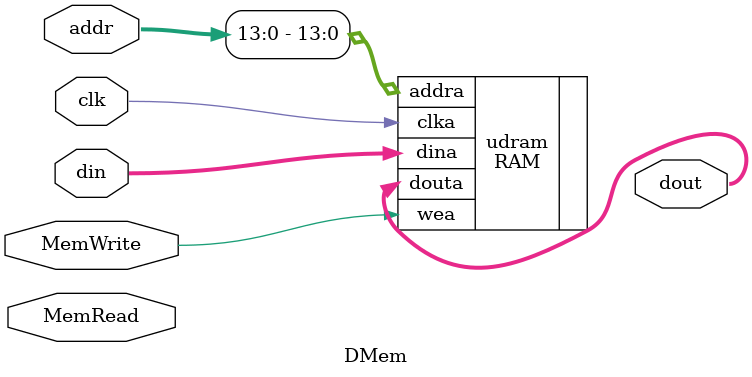
<source format=v>
`timescale 1ns / 1ps

module DMem(
input clk, 
input MemRead,MemWrite,
input [31:0] addr, 
input [31:0] din,
output[31:0] dout);

RAM udram(.clka(clk), .wea(MemWrite), .addra(addr[13:0]), .dina(din), .douta(dout));
endmodule

</source>
